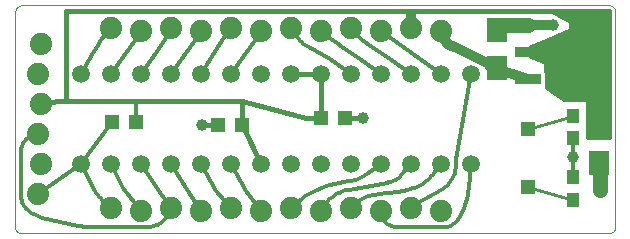
<source format=gtl>
G75*
G70*
%OFA0B0*%
%FSLAX24Y24*%
%IPPOS*%
%LPD*%
%AMOC8*
5,1,8,0,0,1.08239X$1,22.5*
%
%ADD10C,0.0000*%
%ADD11C,0.0591*%
%ADD12R,0.0476X0.0476*%
%ADD13R,0.0906X0.0374*%
%ADD14R,0.0906X0.1280*%
%ADD15C,0.0740*%
%ADD16R,0.0394X0.0512*%
%ADD17R,0.0472X0.0472*%
%ADD18R,0.0709X0.0787*%
%ADD19C,0.0100*%
%ADD20C,0.0396*%
%ADD21C,0.0120*%
%ADD22C,0.0160*%
%ADD23C,0.0320*%
%ADD24C,0.0500*%
D10*
X002387Y003185D02*
X021989Y003185D01*
X022015Y003187D01*
X022041Y003192D01*
X022066Y003200D01*
X022089Y003212D01*
X022111Y003226D01*
X022130Y003244D01*
X022148Y003263D01*
X022162Y003285D01*
X022174Y003308D01*
X022182Y003333D01*
X022187Y003359D01*
X022189Y003385D01*
X022189Y010585D01*
X022187Y010611D01*
X022182Y010637D01*
X022174Y010662D01*
X022162Y010685D01*
X022148Y010707D01*
X022130Y010726D01*
X022111Y010744D01*
X022089Y010758D01*
X022066Y010770D01*
X022041Y010778D01*
X022015Y010783D01*
X021989Y010785D01*
X002416Y010785D01*
X002388Y010783D01*
X002361Y010778D01*
X002335Y010769D01*
X002310Y010757D01*
X002286Y010742D01*
X002265Y010724D01*
X002246Y010704D01*
X002230Y010681D01*
X002217Y010657D01*
X002207Y010631D01*
X002200Y010604D01*
X002197Y010576D01*
X002187Y003394D01*
X002188Y003367D01*
X002192Y003341D01*
X002200Y003315D01*
X002211Y003290D01*
X002225Y003268D01*
X002242Y003247D01*
X002262Y003229D01*
X002284Y003213D01*
X002308Y003201D01*
X002334Y003192D01*
X002360Y003187D01*
X002387Y003185D01*
D11*
X004387Y005485D03*
X005387Y005485D03*
X006387Y005485D03*
X007387Y005485D03*
X008387Y005485D03*
X009387Y005485D03*
X010387Y005485D03*
X011387Y005485D03*
X012387Y005485D03*
X013387Y005485D03*
X014387Y005485D03*
X015387Y005485D03*
X016387Y005485D03*
X017387Y005485D03*
X017387Y008485D03*
X016387Y008485D03*
X015387Y008485D03*
X014387Y008485D03*
X013387Y008485D03*
X012387Y008485D03*
X011387Y008485D03*
X010387Y008485D03*
X009387Y008485D03*
X008387Y008485D03*
X007387Y008485D03*
X006387Y008485D03*
X005387Y008485D03*
X004387Y008485D03*
D12*
X019287Y006646D03*
X019287Y004724D03*
D13*
X019284Y008321D03*
X019284Y009227D03*
X019284Y010132D03*
D14*
X021607Y009227D03*
D15*
X016387Y009935D03*
X015387Y010035D03*
X014387Y009935D03*
X013387Y010035D03*
X012387Y009935D03*
X011387Y010035D03*
X010387Y009935D03*
X009387Y010035D03*
X008387Y009935D03*
X007387Y010035D03*
X006387Y009935D03*
X005387Y010035D03*
X003037Y009485D03*
X002937Y008485D03*
X003037Y007485D03*
X002937Y006485D03*
X003037Y005485D03*
X002937Y004485D03*
X005387Y004035D03*
X006387Y003935D03*
X007387Y004035D03*
X008387Y003935D03*
X009387Y004035D03*
X010387Y003935D03*
X011387Y004035D03*
X012387Y003935D03*
X013387Y004035D03*
X014387Y003935D03*
X015387Y004035D03*
X016387Y003935D03*
D16*
X020774Y004307D03*
X020774Y005055D03*
X020774Y006354D03*
X020774Y007102D03*
D17*
X013175Y007022D03*
X012388Y007022D03*
X009750Y006810D03*
X008963Y006810D03*
X006207Y006886D03*
X005419Y006886D03*
D18*
X018249Y008690D03*
X018249Y009950D03*
X021641Y006779D03*
X021641Y005520D03*
D19*
X020774Y004307D02*
X019287Y004724D01*
X019287Y006646D02*
X020774Y007102D01*
D20*
X020774Y005744D03*
X021674Y004644D03*
X013787Y007022D03*
X008411Y006810D03*
X020104Y010114D03*
D21*
X017387Y008485D02*
X016951Y006020D01*
X017387Y005485D02*
X017305Y004681D01*
X016990Y003697D02*
X016965Y003657D01*
X016937Y003619D01*
X016907Y003583D01*
X016874Y003549D01*
X016838Y003519D01*
X016800Y003490D01*
X016761Y003465D01*
X016719Y003443D01*
X016676Y003424D01*
X016632Y003408D01*
X016586Y003396D01*
X016540Y003387D01*
X016493Y003382D01*
X016446Y003380D01*
X016399Y003382D01*
X016400Y003382D02*
X014943Y003382D01*
X014273Y004485D02*
X014206Y004477D01*
X014139Y004466D01*
X014073Y004451D01*
X014007Y004433D01*
X013943Y004412D01*
X013879Y004388D01*
X013817Y004360D01*
X013757Y004329D01*
X013698Y004296D01*
X013641Y004259D01*
X013586Y004220D01*
X013532Y004177D01*
X013481Y004133D01*
X013433Y004085D01*
X013387Y004035D01*
X013329Y004642D02*
X013262Y004629D01*
X013196Y004613D01*
X013131Y004593D01*
X013067Y004569D01*
X013005Y004543D01*
X012944Y004513D01*
X012884Y004480D01*
X012827Y004443D01*
X012771Y004404D01*
X012718Y004362D01*
X012667Y004317D01*
X012619Y004269D01*
X012573Y004219D01*
X012530Y004166D01*
X012490Y004111D01*
X012452Y004054D01*
X012418Y003995D01*
X012387Y003935D01*
X013919Y005153D02*
X014387Y005485D01*
X014628Y004879D02*
X014682Y004891D01*
X014736Y004908D01*
X014788Y004927D01*
X014838Y004951D01*
X014887Y004977D01*
X014934Y005007D01*
X014979Y005039D01*
X015022Y005075D01*
X015063Y005113D01*
X015100Y005154D01*
X015100Y005153D02*
X015387Y005485D01*
X016282Y004562D02*
X016336Y004589D01*
X016389Y004619D01*
X016440Y004651D01*
X016489Y004687D01*
X016536Y004725D01*
X016580Y004766D01*
X016623Y004810D01*
X016662Y004855D01*
X016699Y004904D01*
X016733Y004954D01*
X016763Y005006D01*
X016791Y005060D01*
X016816Y005115D01*
X016837Y005172D01*
X016855Y005230D01*
X016869Y005288D01*
X016881Y005348D01*
X016888Y005408D01*
X016892Y005468D01*
X016387Y005485D02*
X016163Y005193D01*
X017305Y004681D02*
X017291Y004566D01*
X017271Y004452D01*
X017246Y004339D01*
X017216Y004227D01*
X017181Y004117D01*
X017140Y004009D01*
X017095Y003902D01*
X017045Y003798D01*
X016990Y003696D01*
X014943Y003382D02*
X014897Y003384D01*
X014852Y003390D01*
X014807Y003399D01*
X014763Y003412D01*
X014720Y003429D01*
X014679Y003449D01*
X014640Y003472D01*
X014602Y003499D01*
X014567Y003528D01*
X014535Y003560D01*
X014505Y003595D01*
X014478Y003632D01*
X014455Y003672D01*
X014435Y003713D01*
X014418Y003755D01*
X014405Y003799D01*
X014395Y003844D01*
X014389Y003889D01*
X014387Y003935D01*
X015297Y004642D02*
X015370Y004660D01*
X015442Y004681D01*
X015512Y004706D01*
X015581Y004735D01*
X015649Y004767D01*
X015715Y004802D01*
X015779Y004841D01*
X015841Y004882D01*
X015901Y004927D01*
X015959Y004975D01*
X016014Y005025D01*
X016067Y005079D01*
X016116Y005135D01*
X016163Y005193D01*
X013919Y005154D02*
X013862Y005116D01*
X013804Y005081D01*
X013744Y005049D01*
X013682Y005020D01*
X013619Y004995D01*
X013555Y004973D01*
X013490Y004954D01*
X013423Y004938D01*
X013356Y004926D01*
X013289Y004918D01*
X010387Y003935D02*
X009887Y004585D01*
X009387Y005485D01*
X008387Y005485D02*
X008887Y004585D01*
X009387Y004035D01*
X008387Y003935D02*
X007887Y004685D01*
X007387Y005485D01*
X006987Y004585D02*
X006387Y005485D01*
X004864Y004603D02*
X004903Y004535D01*
X004945Y004470D01*
X004990Y004406D01*
X005039Y004345D01*
X005090Y004286D01*
X005144Y004230D01*
X005201Y004177D01*
X005261Y004127D01*
X005323Y004080D01*
X005387Y004036D01*
X005179Y003382D02*
X006557Y003382D01*
X006387Y003935D02*
X005787Y004685D01*
X005387Y005485D01*
X004387Y005485D02*
X004864Y004602D01*
X004387Y005485D02*
X002937Y004485D01*
X002387Y004484D02*
X002386Y004434D01*
X002389Y004384D01*
X002395Y004335D01*
X002405Y004286D01*
X002419Y004238D01*
X002436Y004191D01*
X002456Y004145D01*
X002480Y004101D01*
X002507Y004059D01*
X002537Y004019D01*
X002570Y003981D01*
X002606Y003946D01*
X002644Y003914D01*
X002684Y003884D01*
X002727Y003858D01*
X002771Y003835D01*
X002817Y003815D01*
X002387Y004485D02*
X002387Y005885D01*
X002386Y005930D01*
X002390Y005975D01*
X002397Y006020D01*
X002407Y006064D01*
X002421Y006107D01*
X002438Y006149D01*
X002458Y006189D01*
X002482Y006228D01*
X002508Y006265D01*
X002537Y006299D01*
X002569Y006331D01*
X002604Y006361D01*
X002640Y006388D01*
X002678Y006411D01*
X002719Y006432D01*
X002760Y006450D01*
X002803Y006464D01*
X002847Y006474D01*
X002892Y006482D01*
X002937Y006485D01*
X004387Y005485D02*
X005419Y006886D01*
X006207Y006886D02*
X006207Y007585D01*
X006387Y008485D02*
X006887Y009185D01*
X007387Y008485D02*
X007887Y009185D01*
X008387Y008485D02*
X008887Y009285D01*
X009387Y008485D02*
X009887Y009185D01*
X011987Y009385D02*
X012687Y008985D01*
X013387Y008485D01*
X013687Y008985D02*
X013087Y009385D01*
X013687Y008985D02*
X014387Y008485D01*
X014687Y008985D02*
X014087Y009385D01*
X014687Y008985D02*
X015387Y008485D01*
X015687Y008985D02*
X016387Y008485D01*
X011987Y009385D02*
X011923Y009424D01*
X011861Y009466D01*
X011801Y009511D01*
X011744Y009559D01*
X011689Y009610D01*
X011637Y009664D01*
X011588Y009720D01*
X011541Y009779D01*
X011498Y009840D01*
X011458Y009903D01*
X011421Y009968D01*
X011387Y010035D01*
X014273Y004485D02*
X014617Y004523D01*
X014958Y004575D01*
X015297Y004642D01*
X013290Y004917D02*
X013139Y004898D01*
X012988Y004872D01*
X012839Y004838D01*
X012692Y004798D01*
X012547Y004751D01*
X012404Y004696D01*
X012265Y004636D01*
X012128Y004568D01*
X011994Y004494D01*
X011864Y004414D01*
X011739Y004328D01*
X011617Y004236D01*
X011500Y004138D01*
X011388Y004034D01*
X004787Y009185D02*
X004921Y009408D01*
X005066Y009625D01*
X005222Y009834D01*
X005387Y010035D01*
X005180Y003381D02*
X004877Y003385D01*
X004576Y003404D01*
X004276Y003437D01*
X003977Y003484D01*
X003682Y003546D01*
X003389Y003621D01*
X003101Y003711D01*
X002817Y003814D01*
X006557Y003382D02*
X006614Y003384D01*
X006671Y003390D01*
X006727Y003399D01*
X006782Y003412D01*
X006836Y003429D01*
X006890Y003449D01*
X006941Y003473D01*
X006991Y003501D01*
X007039Y003531D01*
X007085Y003565D01*
X007129Y003602D01*
X007170Y003641D01*
X007208Y003683D01*
X007243Y003728D01*
X007276Y003775D01*
X007305Y003824D01*
X007331Y003874D01*
X007353Y003927D01*
X007372Y003980D01*
X007387Y004035D01*
X006987Y004585D01*
X005387Y008485D02*
X005887Y009185D01*
X004787Y009185D02*
X004387Y008485D01*
X006887Y009185D02*
X007026Y009389D01*
X007156Y009599D01*
X007276Y009815D01*
X007387Y010035D01*
X013387Y010035D02*
X013474Y009929D01*
X013565Y009827D01*
X013661Y009729D01*
X013762Y009636D01*
X013866Y009548D01*
X013975Y009464D01*
X014087Y009385D01*
X020774Y006354D02*
X020774Y005744D01*
X020774Y005055D01*
X016892Y005468D02*
X016903Y005653D01*
X016923Y005837D01*
X016951Y006020D01*
X009387Y010035D02*
X009132Y009664D01*
X008887Y009285D01*
X012387Y009935D02*
X012554Y009787D01*
X012726Y009646D01*
X012904Y009512D01*
X013087Y009385D01*
X013329Y004642D02*
X014628Y004878D01*
X015387Y004035D02*
X015556Y004156D01*
X015731Y004270D01*
X015910Y004376D01*
X016094Y004473D01*
X016282Y004563D01*
X009887Y009185D02*
X010143Y009556D01*
X010387Y009935D01*
X008387Y009935D02*
X008143Y009556D01*
X007887Y009185D01*
X006387Y009935D02*
X006143Y009556D01*
X005887Y009185D01*
X014387Y009936D02*
X015687Y008986D01*
D22*
X015387Y010505D02*
X015398Y010524D01*
X015412Y010542D01*
X015428Y010557D01*
X015446Y010569D01*
X015466Y010579D01*
X015487Y010585D01*
X020887Y010585D01*
X020635Y010319D02*
X021987Y010319D01*
X021987Y010161D02*
X020734Y010161D01*
X020734Y010271D02*
X020084Y010585D01*
X021987Y010585D01*
X021987Y006385D01*
X021287Y006385D01*
X021287Y007664D01*
X020487Y007664D01*
X019907Y008071D01*
X019907Y008579D01*
X019887Y008598D01*
X019887Y008885D01*
X019387Y009085D01*
X019387Y009385D01*
X019887Y009585D01*
X020734Y009957D01*
X020734Y010271D01*
X020734Y010002D02*
X021987Y010002D01*
X021987Y009844D02*
X020477Y009844D01*
X020116Y009685D02*
X021987Y009685D01*
X021987Y009527D02*
X019741Y009527D01*
X019387Y009368D02*
X021987Y009368D01*
X021987Y009210D02*
X019387Y009210D01*
X019472Y009051D02*
X021987Y009051D01*
X021987Y008892D02*
X019868Y008892D01*
X019887Y008734D02*
X021987Y008734D01*
X021987Y008575D02*
X019907Y008575D01*
X019907Y008417D02*
X021987Y008417D01*
X021987Y008258D02*
X019907Y008258D01*
X019907Y008100D02*
X021987Y008100D01*
X021987Y007941D02*
X020092Y007941D01*
X020318Y007783D02*
X021987Y007783D01*
X021987Y007624D02*
X021287Y007624D01*
X021287Y007466D02*
X021987Y007466D01*
X021987Y007307D02*
X021287Y007307D01*
X021287Y007148D02*
X021987Y007148D01*
X021987Y006990D02*
X021287Y006990D01*
X021287Y006831D02*
X021987Y006831D01*
X021987Y006673D02*
X021287Y006673D01*
X021287Y006514D02*
X021987Y006514D01*
X021987Y010478D02*
X020306Y010478D01*
X015487Y010585D02*
X003887Y010585D01*
X003887Y007585D01*
X003604Y007594D01*
X003037Y007485D01*
X003887Y007585D02*
X006207Y007585D01*
X008267Y007585D01*
X009750Y007594D01*
X011876Y007022D01*
X012388Y007022D01*
X012387Y008485D01*
X011387Y008485D01*
X009750Y007594D02*
X009750Y006810D01*
X010387Y005485D01*
X008963Y006810D02*
X008411Y006810D01*
X013175Y007022D02*
X013787Y007022D01*
D23*
X016837Y009405D02*
X018249Y008690D01*
X018018Y008736D01*
X019284Y008321D01*
X016836Y009405D02*
X016798Y009413D01*
X016761Y009424D01*
X016724Y009438D01*
X016689Y009455D01*
X016656Y009475D01*
X016624Y009498D01*
X016595Y009524D01*
X016568Y009552D01*
X016543Y009582D01*
X016522Y009615D01*
X016503Y009649D01*
X016486Y009684D01*
X016487Y009685D02*
X016387Y009935D01*
X015387Y010035D02*
X015387Y010505D01*
X019284Y010132D02*
X020104Y010114D01*
D24*
X019284Y010132D02*
X018249Y010132D01*
X018249Y009950D01*
X021641Y005520D02*
X021674Y005220D01*
X021674Y004644D01*
M02*

</source>
